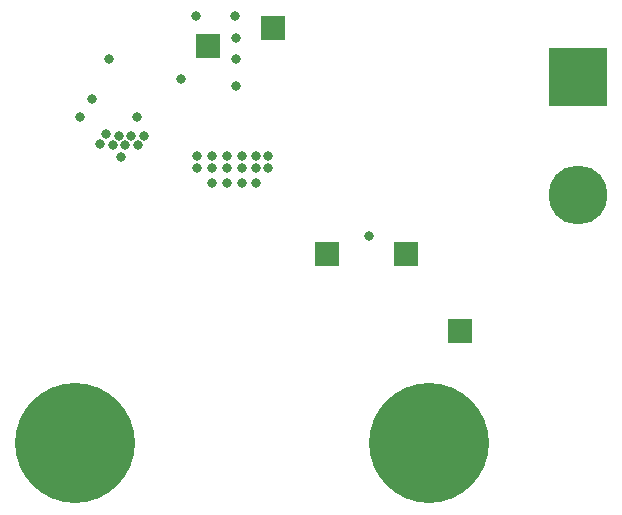
<source format=gbr>
%TF.GenerationSoftware,KiCad,Pcbnew,(6.0.8)*%
%TF.CreationDate,2023-02-10T11:33:07+01:00*%
%TF.ProjectId,power supply prototype,706f7765-7220-4737-9570-706c79207072,rev?*%
%TF.SameCoordinates,Original*%
%TF.FileFunction,Copper,L3,Inr*%
%TF.FilePolarity,Positive*%
%FSLAX46Y46*%
G04 Gerber Fmt 4.6, Leading zero omitted, Abs format (unit mm)*
G04 Created by KiCad (PCBNEW (6.0.8)) date 2023-02-10 11:33:07*
%MOMM*%
%LPD*%
G01*
G04 APERTURE LIST*
%TA.AperFunction,ComponentPad*%
%ADD10R,2.000000X2.000000*%
%TD*%
%TA.AperFunction,ComponentPad*%
%ADD11R,5.000000X5.000000*%
%TD*%
%TA.AperFunction,ComponentPad*%
%ADD12O,5.000000X5.000000*%
%TD*%
%TA.AperFunction,ComponentPad*%
%ADD13C,10.160000*%
%TD*%
%TA.AperFunction,ViaPad*%
%ADD14C,0.800000*%
%TD*%
G04 APERTURE END LIST*
D10*
%TO.N,/power supply/COMP*%
%TO.C,TP4*%
X134400000Y-78400000D03*
%TD*%
%TO.N,+BATT*%
%TO.C,TP1*%
X139900000Y-76900000D03*
%TD*%
%TO.N,Net-(L1-Pad2)*%
%TO.C,TP5*%
X144500000Y-96000000D03*
%TD*%
%TO.N,+5V*%
%TO.C,TP3*%
X155750000Y-102500000D03*
%TD*%
%TO.N,+5V*%
%TO.C,TP2*%
X151200000Y-96000000D03*
%TD*%
D11*
%TO.N,Net-(Drpp1-Pad2)*%
%TO.C,XT60_1*%
X165700000Y-81000000D03*
D12*
%TO.N,-BATT*%
X165700000Y-91000000D03*
%TD*%
D13*
%TO.N,-BATT*%
%TO.C,J1*%
X123130000Y-112000000D03*
%TO.N,+5V*%
X153100000Y-112000000D03*
%TD*%
D14*
%TO.N,-BATT*%
X138500000Y-90000000D03*
X126400000Y-86800000D03*
X136750000Y-79500000D03*
X138500000Y-88750000D03*
X128500000Y-86800000D03*
X136750000Y-77750000D03*
X134750000Y-90000000D03*
X137250000Y-88750000D03*
X134750000Y-88750000D03*
X126900000Y-86000000D03*
X133400000Y-75900000D03*
X139500000Y-87750000D03*
X133500000Y-88750000D03*
X136700000Y-75900000D03*
X136000000Y-88750000D03*
X139500000Y-88750000D03*
X136000000Y-90000000D03*
X129000000Y-86000000D03*
X137250000Y-87750000D03*
X134750000Y-87750000D03*
X133500000Y-87750000D03*
X125800000Y-85900000D03*
X127400000Y-86800000D03*
X125300000Y-86700000D03*
X138500000Y-87750000D03*
X137250000Y-90000000D03*
X132100000Y-81200000D03*
X136000000Y-87750000D03*
X136800000Y-81800000D03*
X127900000Y-86000000D03*
%TO.N,/power supply/LX*%
X127000000Y-87800000D03*
X123600000Y-84400000D03*
%TO.N,+5V*%
X126000000Y-79500000D03*
X148000000Y-94500000D03*
%TO.N,/power supply/RESET*%
X124600000Y-82900000D03*
X128399248Y-84454917D03*
%TD*%
M02*

</source>
